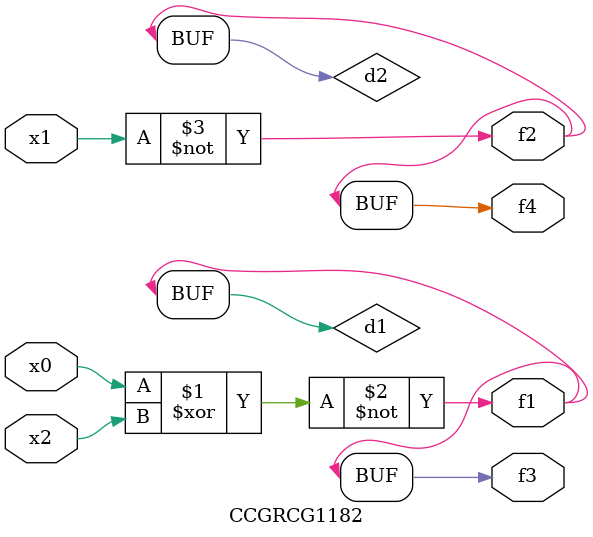
<source format=v>
module CCGRCG1182(
	input x0, x1, x2,
	output f1, f2, f3, f4
);

	wire d1, d2, d3;

	xnor (d1, x0, x2);
	nand (d2, x1);
	nor (d3, x1, x2);
	assign f1 = d1;
	assign f2 = d2;
	assign f3 = d1;
	assign f4 = d2;
endmodule

</source>
